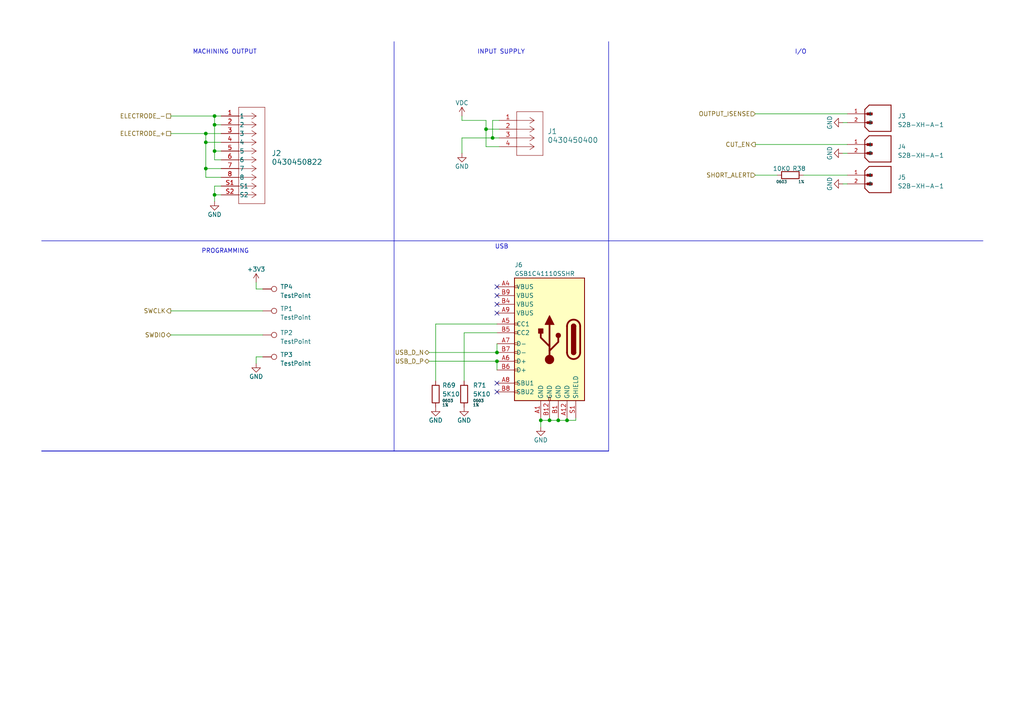
<source format=kicad_sch>
(kicad_sch (version 20230121) (generator eeschema)
  (paper "A4")
  (title_block (company "Rack Robotics, Inc.") (comment 1 "Engineering by DragonFly Power Systems") (comment 2 "Design by Rack Robotics, Inc."))
  (lib_symbols
    (symbol "0603_RES:10K0"
      (property "Reference" "R" (at 1.27 2.54 0))
      (property "Value" "10K0" (at 1.27 0.635 0))
      (property "Package Size" "0603" (at 1.27 -1.27 0))
      (property "Tolerance" "1%" (at 1.27 -2.54 0))
      (symbol "10K0_0_1"
        (rectangle (start -1.016 2.54) (end 1.016 -2.54) (stroke (width 0.254)))
      )
      (symbol "10K0_1_1"
        (pin passive line (at 0 3.81 270) (length 1.27) (name "~") (number "1"))
        (pin passive line (at 0 -3.81 90) (length 1.27) (name "~") (number "2"))
      )
    )
    (symbol "0603_RES:5K10"
      (property "Reference" "R" (at 1.27 2.54 0))
      (property "Value" "5K10" (at 1.27 0.635 0))
      (property "Package Size" "0603" (at 1.27 -1.27 0))
      (property "Tolerance" "1%" (at 1.27 -2.54 0))
      (symbol "5K10_0_1"
        (rectangle (start -1.016 2.54) (end 1.016 -2.54) (stroke (width 0.254)))
      )
      (symbol "5K10_1_1"
        (pin passive line (at 0 3.81 270) (length 1.27) (name "~") (number "1"))
        (pin passive line (at 0 -3.81 90) (length 1.27) (name "~") (number "2"))
      )
    )
    (symbol "CONNECTORS:0430450400" (pin_names (offset 0.254) hide)
      (property "Reference" "J" (at 8.89 6.35 0))
      (property "Value" "0430450400" (at 0 0 0))
      (symbol "0430450400_1_1"
        (polyline (pts (xy 5.08 -10.16) (xy 12.7 -10.16)) (stroke (width 0.127)))
        (polyline (pts (xy 5.08 2.54) (xy 5.08 -10.16)) (stroke (width 0.127)))
        (polyline (pts (xy 10.16 -7.62) (xy 5.08 -7.62)) (stroke (width 0.127)))
        (polyline (pts (xy 10.16 -7.62) (xy 8.89 -8.4667)) (stroke (width 0.127)))
        (polyline (pts (xy 10.16 -7.62) (xy 8.89 -6.7733)) (stroke (width 0.127)))
        (polyline (pts (xy 10.16 -5.08) (xy 5.08 -5.08)) (stroke (width 0.127)))
        (polyline (pts (xy 10.16 -5.08) (xy 8.89 -5.9267)) (stroke (width 0.127)))
        (polyline (pts (xy 10.16 -5.08) (xy 8.89 -4.2333)) (stroke (width 0.127)))
        (polyline (pts (xy 10.16 -2.54) (xy 5.08 -2.54)) (stroke (width 0.127)))
        (polyline (pts (xy 10.16 -2.54) (xy 8.89 -3.3867)) (stroke (width 0.127)))
        (polyline (pts (xy 10.16 -2.54) (xy 8.89 -1.6933)) (stroke (width 0.127)))
        (polyline (pts (xy 10.16 0) (xy 5.08 0)) (stroke (width 0.127)))
        (polyline (pts (xy 10.16 0) (xy 8.89 -0.8467)) (stroke (width 0.127)))
        (polyline (pts (xy 10.16 0) (xy 8.89 0.8467)) (stroke (width 0.127)))
        (polyline (pts (xy 12.7 -10.16) (xy 12.7 2.54)) (stroke (width 0.127)))
        (polyline (pts (xy 12.7 2.54) (xy 5.08 2.54)) (stroke (width 0.127)))
        (pin unspecified line (at 0 0 0) (length 5.08) (name "1") (number "1"))
        (pin unspecified line (at 0 -2.54 0) (length 5.08) (name "2") (number "2"))
        (pin unspecified line (at 0 -5.08 0) (length 5.08) (name "3") (number "3"))
        (pin unspecified line (at 0 -7.62 0) (length 5.08) (name "4") (number "4"))
      )
      (symbol "0430450400_1_2"
        (polyline (pts (xy 5.08 -15.24) (xy 12.7 -15.24)) (stroke (width 0.127)))
        (polyline (pts (xy 5.08 2.54) (xy 5.08 -15.24)) (stroke (width 0.127)))
        (polyline (pts (xy 7.62 -12.7) (xy 5.08 -12.7)) (stroke (width 0.127)))
        (polyline (pts (xy 7.62 -12.7) (xy 8.89 -13.5467)) (stroke (width 0.127)))
        (polyline (pts (xy 7.62 -12.7) (xy 8.89 -11.8533)) (stroke (width 0.127)))
        (polyline (pts (xy 7.62 -10.16) (xy 5.08 -10.16)) (stroke (width 0.127)))
        (polyline (pts (xy 7.62 -10.16) (xy 8.89 -11.0067)) (stroke (width 0.127)))
        (polyline (pts (xy 7.62 -10.16) (xy 8.89 -9.3133)) (stroke (width 0.127)))
        (polyline (pts (xy 7.62 -7.62) (xy 5.08 -7.62)) (stroke (width 0.127)))
        (polyline (pts (xy 7.62 -7.62) (xy 8.89 -8.4667)) (stroke (width 0.127)))
        (polyline (pts (xy 7.62 -7.62) (xy 8.89 -6.7733)) (stroke (width 0.127)))
        (polyline (pts (xy 7.62 -5.08) (xy 5.08 -5.08)) (stroke (width 0.127)))
        (polyline (pts (xy 7.62 -5.08) (xy 8.89 -5.9267)) (stroke (width 0.127)))
        (polyline (pts (xy 7.62 -5.08) (xy 8.89 -4.2333)) (stroke (width 0.127)))
        (polyline (pts (xy 7.62 -2.54) (xy 5.08 -2.54)) (stroke (width 0.127)))
        (polyline (pts (xy 7.62 -2.54) (xy 8.89 -3.3867)) (stroke (width 0.127)))
        (polyline (pts (xy 7.62 -2.54) (xy 8.89 -1.6933)) (stroke (width 0.127)))
        (polyline (pts (xy 7.62 0) (xy 5.08 0)) (stroke (width 0.127)))
        (polyline (pts (xy 7.62 0) (xy 8.89 -0.8467)) (stroke (width 0.127)))
        (polyline (pts (xy 7.62 0) (xy 8.89 0.8467)) (stroke (width 0.127)))
        (polyline (pts (xy 12.7 -15.24) (xy 12.7 2.54)) (stroke (width 0.127)))
        (polyline (pts (xy 12.7 2.54) (xy 5.08 2.54)) (stroke (width 0.127)))
        (pin unspecified line (at 0 0 0) (length 5.08) (name "1") (number "1"))
        (pin unspecified line (at 0 -2.54 0) (length 5.08) (name "2") (number "2"))
        (pin unspecified line (at 0 -5.08 0) (length 5.08) (name "3") (number "3"))
        (pin unspecified line (at 0 -7.62 0) (length 5.08) (name "4") (number "4"))
        (pin unspecified line (at 0 -10.16 0) (length 5.08) (name "P1") (number "P1"))
        (pin unspecified line (at 0 -12.7 0) (length 5.08) (name "P2") (number "P2"))
      )
    )
    (symbol "CONNECTORS:0430450822" (pin_names (offset 0.254))
      (property "Reference" "J" (at 6.35 6.35 0))
      (property "Value" "0430450822" (at 11.43 3.81 0))
      (symbol "0430450822_1_1"
        (polyline (pts (xy 5.08 -25.4) (xy 12.7 -25.4)) (stroke (width 0.127)))
        (polyline (pts (xy 5.08 2.54) (xy 5.08 -25.4)) (stroke (width 0.127)))
        (polyline (pts (xy 10.16 -22.86) (xy 5.08 -22.86)) (stroke (width 0.127)))
        (polyline (pts (xy 10.16 -22.86) (xy 8.89 -23.7067)) (stroke (width 0.127)))
        (polyline (pts (xy 10.16 -22.86) (xy 8.89 -22.0133)) (stroke (width 0.127)))
        (polyline (pts (xy 10.16 -20.32) (xy 5.08 -20.32)) (stroke (width 0.127)))
        (polyline (pts (xy 10.16 -20.32) (xy 8.89 -21.1667)) (stroke (width 0.127)))
        (polyline (pts (xy 10.16 -20.32) (xy 8.89 -19.4733)) (stroke (width 0.127)))
        (polyline (pts (xy 10.16 -17.78) (xy 5.08 -17.78)) (stroke (width 0.127)))
        (polyline (pts (xy 10.16 -17.78) (xy 8.89 -18.6267)) (stroke (width 0.127)))
        (polyline (pts (xy 10.16 -17.78) (xy 8.89 -16.9333)) (stroke (width 0.127)))
        (polyline (pts (xy 10.16 -15.24) (xy 5.08 -15.24)) (stroke (width 0.127)))
        (polyline (pts (xy 10.16 -15.24) (xy 8.89 -16.0867)) (stroke (width 0.127)))
        (polyline (pts (xy 10.16 -15.24) (xy 8.89 -14.3933)) (stroke (width 0.127)))
        (polyline (pts (xy 10.16 -12.7) (xy 5.08 -12.7)) (stroke (width 0.127)))
        (polyline (pts (xy 10.16 -12.7) (xy 8.89 -13.5467)) (stroke (width 0.127)))
        (polyline (pts (xy 10.16 -12.7) (xy 8.89 -11.8533)) (stroke (width 0.127)))
        (polyline (pts (xy 10.16 -10.16) (xy 5.08 -10.16)) (stroke (width 0.127)))
        (polyline (pts (xy 10.16 -10.16) (xy 8.89 -11.0067)) (stroke (width 0.127)))
        (polyline (pts (xy 10.16 -10.16) (xy 8.89 -9.3133)) (stroke (width 0.127)))
        (polyline (pts (xy 10.16 -7.62) (xy 5.08 -7.62)) (stroke (width 0.127)))
        (polyline (pts (xy 10.16 -7.62) (xy 8.89 -8.4667)) (stroke (width 0.127)))
        (polyline (pts (xy 10.16 -7.62) (xy 8.89 -6.7733)) (stroke (width 0.127)))
        (polyline (pts (xy 10.16 -5.08) (xy 5.08 -5.08)) (stroke (width 0.127)))
        (polyline (pts (xy 10.16 -5.08) (xy 8.89 -5.9267)) (stroke (width 0.127)))
        (polyline (pts (xy 10.16 -5.08) (xy 8.89 -4.2333)) (stroke (width 0.127)))
        (polyline (pts (xy 10.16 -2.54) (xy 5.08 -2.54)) (stroke (width 0.127)))
        (polyline (pts (xy 10.16 -2.54) (xy 8.89 -3.3867)) (stroke (width 0.127)))
        (polyline (pts (xy 10.16 -2.54) (xy 8.89 -1.6933)) (stroke (width 0.127)))
        (polyline (pts (xy 10.16 0) (xy 5.08 0)) (stroke (width 0.127)))
        (polyline (pts (xy 10.16 0) (xy 8.89 -0.8467)) (stroke (width 0.127)))
        (polyline (pts (xy 10.16 0) (xy 8.89 0.8467)) (stroke (width 0.127)))
        (polyline (pts (xy 12.7 -25.4) (xy 12.7 2.54)) (stroke (width 0.127)))
        (polyline (pts (xy 12.7 2.54) (xy 5.08 2.54)) (stroke (width 0.127)))
        (pin unspecified line (at 0 0 0) (length 5.08) (name "1") (number "1"))
        (pin unspecified line (at 0 -2.54 0) (length 5.08) (name "2") (number "2"))
        (pin unspecified line (at 0 -5.08 0) (length 5.08) (name "3") (number "3"))
        (pin unspecified line (at 0 -7.62 0) (length 5.08) (name "4") (number "4"))
        (pin unspecified line (at 0 -10.16 0) (length 5.08) (name "5") (number "5"))
        (pin unspecified line (at 0 -12.7 0) (length 5.08) (name "6") (number "6"))
        (pin unspecified line (at 0 -15.24 0) (length 5.08) (name "7") (number "7"))
        (pin unspecified line (at 0 -17.78 0) (length 5.08) (name "8") (number "8"))
        (pin unspecified line (at 0 -20.32 0) (length 5.08) (name "S1") (number "S1"))
        (pin unspecified line (at 0 -22.86 0) (length 5.08) (name "S2") (number "S2"))
      )
      (symbol "0430450822_1_2"
        (polyline (pts (xy 5.08 -25.4) (xy 12.7 -25.4)) (stroke (width 0.127)))
        (polyline (pts (xy 5.08 2.54) (xy 5.08 -25.4)) (stroke (width 0.127)))
        (polyline (pts (xy 7.62 -22.86) (xy 5.08 -22.86)) (stroke (width 0.127)))
        (polyline (pts (xy 7.62 -22.86) (xy 8.89 -23.7067)) (stroke (width 0.127)))
        (polyline (pts (xy 7.62 -22.86) (xy 8.89 -22.0133)) (stroke (width 0.127)))
        (polyline (pts (xy 7.62 -20.32) (xy 5.08 -20.32)) (stroke (width 0.127)))
        (polyline (pts (xy 7.62 -20.32) (xy 8.89 -21.1667)) (stroke (width 0.127)))
        (polyline (pts (xy 7.62 -20.32) (xy 8.89 -19.4733)) (stroke (width 0.127)))
        (polyline (pts (xy 7.62 -17.78) (xy 5.08 -17.78)) (stroke (width 0.127)))
        (polyline (pts (xy 7.62 -17.78) (xy 8.89 -18.6267)) (stroke (width 0.127)))
        (polyline (pts (xy 7.62 -17.78) (xy 8.89 -16.9333)) (stroke (width 0.127)))
        (polyline (pts (xy 7.62 -15.24) (xy 5.08 -15.24)) (stroke (width 0.127)))
        (polyline (pts (xy 7.62 -15.24) (xy 8.89 -16.0867)) (stroke (width 0.127)))
        (polyline (pts (xy 7.62 -15.24) (xy 8.89 -14.3933)) (stroke (width 0.127)))
        (polyline (pts (xy 7.62 -12.7) (xy 5.08 -12.7)) (stroke (width 0.127)))
        (polyline (pts (xy 7.62 -12.7) (xy 8.89 -13.5467)) (stroke (width 0.127)))
        (polyline (pts (xy 7.62 -12.7) (xy 8.89 -11.8533)) (stroke (width 0.127)))
        (polyline (pts (xy 7.62 -10.16) (xy 5.08 -10.16)) (stroke (width 0.127)))
        (polyline (pts (xy 7.62 -10.16) (xy 8.89 -11.0067)) (stroke (width 0.127)))
        (polyline (pts (xy 7.62 -10.16) (xy 8.89 -9.3133)) (stroke (width 0.127)))
        (polyline (pts (xy 7.62 -7.62) (xy 5.08 -7.62)) (stroke (width 0.127)))
        (polyline (pts (xy 7.62 -7.62) (xy 8.89 -8.4667)) (stroke (width 0.127)))
        (polyline (pts (xy 7.62 -7.62) (xy 8.89 -6.7733)) (stroke (width 0.127)))
        (polyline (pts (xy 7.62 -5.08) (xy 5.08 -5.08)) (stroke (width 0.127)))
        (polyline (pts (xy 7.62 -5.08) (xy 8.89 -5.9267)) (stroke (width 0.127)))
        (polyline (pts (xy 7.62 -5.08) (xy 8.89 -4.2333)) (stroke (width 0.127)))
        (polyline (pts (xy 7.62 -2.54) (xy 5.08 -2.54)) (stroke (width 0.127)))
        (polyline (pts (xy 7.62 -2.54) (xy 8.89 -3.3867)) (stroke (width 0.127)))
        (polyline (pts (xy 7.62 -2.54) (xy 8.89 -1.6933)) (stroke (width 0.127)))
        (polyline (pts (xy 7.62 0) (xy 5.08 0)) (stroke (width 0.127)))
        (polyline (pts (xy 7.62 0) (xy 8.89 -0.8467)) (stroke (width 0.127)))
        (polyline (pts (xy 7.62 0) (xy 8.89 0.8467)) (stroke (width 0.127)))
        (polyline (pts (xy 12.7 -25.4) (xy 12.7 2.54)) (stroke (width 0.127)))
        (polyline (pts (xy 12.7 2.54) (xy 5.08 2.54)) (stroke (width 0.127)))
        (pin unspecified line (at 0 0 0) (length 5.08) (name "1") (number "1"))
        (pin unspecified line (at 0 -2.54 0) (length 5.08) (name "2") (number "2"))
        (pin unspecified line (at 0 -5.08 0) (length 5.08) (name "3") (number "3"))
        (pin unspecified line (at 0 -7.62 0) (length 5.08) (name "4") (number "4"))
        (pin unspecified line (at 0 -10.16 0) (length 5.08) (name "5") (number "5"))
        (pin unspecified line (at 0 -12.7 0) (length 5.08) (name "6") (number "6"))
        (pin unspecified line (at 0 -15.24 0) (length 5.08) (name "7") (number "7"))
        (pin unspecified line (at 0 -17.78 0) (length 5.08) (name "8") (number "8"))
        (pin unspecified line (at 0 -20.32 0) (length 5.08) (name "S1") (number "S1"))
        (pin unspecified line (at 0 -22.86 0) (length 5.08) (name "S2") (number "S2"))
      )
    )
    (symbol "CONNECTORS:GSB1C41110SSHR"
      (property "Reference" "J" (at 1.27 3.175 0))
      (property "Value" "GSB1C41110SSHR" (at 8.89 1.27 0))
      (symbol "GSB1C41110SSHR_0_0"
        (rectangle (start 9.906 -34.544) (end 10.414 -35.56))
        (rectangle (start 20.32 -32.766) (end 19.304 -33.274))
        (rectangle (start 20.32 -30.226) (end 19.304 -30.734))
        (rectangle (start 20.32 -26.416) (end 19.304 -26.924))
        (rectangle (start 20.32 -23.876) (end 19.304 -24.384))
        (rectangle (start 20.32 -21.336) (end 19.304 -21.844))
        (rectangle (start 20.32 -18.796) (end 19.304 -19.304))
        (rectangle (start 20.32 -15.621) (end 19.304 -16.129))
        (rectangle (start 20.32 -13.081) (end 19.304 -13.589))
        (rectangle (start 20.32 -2.286) (end 19.304 -2.794))
      )
      (symbol "GSB1C41110SSHR_0_1"
        (polyline (pts (xy 1.27 -21.59) (xy 1.27 -13.97)) (stroke (width 0.508)))
        (polyline (pts (xy 5.08 -13.97) (xy 5.08 -21.59)) (stroke (width 0.508)))
        (polyline (pts (xy 10.16 -23.622) (xy 10.16 -13.462)) (stroke (width 0.508)))
        (polyline (pts (xy 10.16 -21.082) (xy 7.62 -18.542) (xy 7.62 -17.272)) (stroke (width 0.508)))
        (polyline (pts (xy 10.16 -19.812) (xy 12.7 -17.272) (xy 12.7 -16.002)) (stroke (width 0.508)))
        (polyline (pts (xy 8.89 -13.462) (xy 10.16 -10.922) (xy 11.43 -13.462) (xy 8.89 -13.462)) (stroke (width 0.254)) (fill (type outline)))
        (rectangle (start 0 0) (end 20.32 -35.56) (stroke (width 0.254)) (fill (type background)))
        (arc (start 1.27 -21.59) (mid 3.175 -23.4867) (end 5.08 -21.59) (stroke (width 0.508)))
        (arc (start 2.54 -21.59) (mid 3.175 -22.2223) (end 3.81 -21.59) (stroke (width 0.254)))
        (arc (start 2.54 -21.59) (mid 3.175 -22.2223) (end 3.81 -21.59) (stroke (width 0.254)) (fill (type outline)))
        (rectangle (start 2.54 -21.59) (end 3.81 -13.97) (stroke (width 0.254)) (fill (type outline)))
        (arc (start 3.81 -13.97) (mid 3.175 -13.3377) (end 2.54 -13.97) (stroke (width 0.254)))
        (arc (start 3.81 -13.97) (mid 3.175 -13.3377) (end 2.54 -13.97) (stroke (width 0.254)) (fill (type outline)))
        (arc (start 5.08 -13.97) (mid 3.175 -12.0733) (end 1.27 -13.97) (stroke (width 0.508)))
        (circle (center 7.62 -16.637) (radius 0.635) (stroke (width 0.254)) (fill (type outline)))
        (circle (center 10.16 -23.622) (radius 1.27) (fill (type outline)))
        (rectangle (start 12.065 -16.002) (end 13.335 -14.732) (stroke (width 0.254)) (fill (type outline)))
      )
      (symbol "GSB1C41110SSHR_1_1"
        (pin passive line (at 12.7 -40.64 90) (length 5.08) (name "GND") (number "A1"))
        (pin passive line (at 5.08 -40.64 90) (length 5.08) (name "GND") (number "A12"))
        (pin passive line (at 25.4 -2.54 180) (length 5.08) (name "VBUS") (number "A4"))
        (pin bidirectional line (at 25.4 -13.335 180) (length 5.08) (name "CC1") (number "A5"))
        (pin bidirectional line (at 25.4 -24.13 180) (length 5.08) (name "D+") (number "A6"))
        (pin bidirectional line (at 25.4 -19.05 180) (length 5.08) (name "D-") (number "A7"))
        (pin bidirectional line (at 25.4 -30.48 180) (length 5.08) (name "SBU1") (number "A8"))
        (pin passive line (at 25.4 -10.16 180) (length 5.08) (name "VBUS") (number "A9"))
        (pin passive line (at 7.62 -40.64 90) (length 5.08) (name "GND") (number "B1"))
        (pin passive line (at 10.16 -40.64 90) (length 5.08) (name "GND") (number "B12"))
        (pin passive line (at 25.4 -7.62 180) (length 5.08) (name "VBUS") (number "B4"))
        (pin bidirectional line (at 25.4 -15.875 180) (length 5.08) (name "CC2") (number "B5"))
        (pin bidirectional line (at 25.4 -26.67 180) (length 5.08) (name "D+") (number "B6"))
        (pin bidirectional line (at 25.4 -21.59 180) (length 5.08) (name "D-") (number "B7"))
        (pin bidirectional line (at 25.4 -33.02 180) (length 5.08) (name "SBU2") (number "B8"))
        (pin passive line (at 25.4 -5.08 180) (length 5.08) (name "VBUS") (number "B9"))
        (pin passive line (at 2.54 -40.64 90) (length 5.08) (name "SHIELD") (number "S1"))
      )
    )
    (symbol "CONNECTORS:S2B-XH-A-1" (pin_names (offset 1.016))
      (property "Reference" "J" (at 0 6.35 0))
      (property "Value" "S2B-XH-A-1" (at 0 -5.08 0))
      (symbol "S2B-XH-A-1_0_0"
        (polyline (pts (xy 0 -1.27) (xy 1.27 -2.54)) (stroke (width 0.254)))
        (polyline (pts (xy 0 0) (xy 1.905 0)) (stroke (width 0.254)))
        (polyline (pts (xy 0 2.54) (xy 0 -1.27)) (stroke (width 0.254)))
        (polyline (pts (xy 0 2.54) (xy 1.905 2.54)) (stroke (width 0.254)))
        (polyline (pts (xy 0 3.81) (xy 0 2.54)) (stroke (width 0.254)))
        (polyline (pts (xy 0 3.81) (xy 1.27 5.08)) (stroke (width 0.254)))
        (polyline (pts (xy 1.27 -2.54) (xy 7.62 -2.54)) (stroke (width 0.254)))
        (polyline (pts (xy 7.62 -2.54) (xy 7.62 5.08)) (stroke (width 0.254)))
        (polyline (pts (xy 7.62 5.08) (xy 1.27 5.08)) (stroke (width 0.254)))
        (rectangle (start 0.6096 -0.3048) (end 2.2098 0.3048) (fill (type outline)))
        (rectangle (start 0.6096 2.2098) (end 2.2098 2.8448) (fill (type outline)))
        (pin passive line (at -5.08 2.54 0) (length 5.08) (name "1") (number "1"))
        (pin passive line (at -5.08 0 0) (length 5.08) (name "2") (number "2"))
      )
    )
    (symbol "Connector:TestPoint" (pin_numbers hide) (pin_names (offset 0.762) hide)
      (property "Reference" "TP" (at 0 6.858 0))
      (property "Value" "TestPoint" (at 0 5.08 0))
      (symbol "TestPoint_0_1"
        (circle (center 0 3.302) (radius 0.762))
      )
      (symbol "TestPoint_1_1"
        (pin passive line (at 0 0 90) (length 2.54) (name "1") (number "1"))
      )
    )
    (symbol "power:+3V3" (power) (pin_names (offset 0))
      (property "Value" "+3V3" (at 0 3.556 0))
      (symbol "+3V3_0_1"
        (polyline (pts (xy -0.762 1.27) (xy 0 2.54)))
        (polyline (pts (xy 0 0) (xy 0 2.54)))
        (polyline (pts (xy 0 2.54) (xy 0.762 1.27)))
      )
      (symbol "+3V3_1_1"
        (pin power_in line (at 0 0 90) (length 0) hide (name "+3V3") (number "1"))
      )
    )
    (symbol "power:GND" (power) (pin_names (offset 0))
      (property "Value" "GND" (at 0 -3.81 0))
      (symbol "GND_0_1"
        (polyline (pts (xy 0 0) (xy 0 -1.27) (xy 1.27 -1.27) (xy 0 -2.54) (xy -1.27 -1.27) (xy 0 -1.27)))
      )
      (symbol "GND_1_1"
        (pin power_in line (at 0 0 270) (length 0) hide (name "GND") (number "1"))
      )
    )
    (symbol "power:VDC" (power) (pin_names (offset 0))
      (property "Value" "VDC" (at 0 6.35 0))
      (symbol "VDC_0_1"
        (polyline (pts (xy -0.762 1.27) (xy 0 2.54)))
        (polyline (pts (xy 0 0) (xy 0 2.54)))
        (polyline (pts (xy 0 2.54) (xy 0.762 1.27)))
      )
      (symbol "VDC_1_1"
        (pin power_in line (at 0 0 90) (length 0) hide (name "VDC") (number "1"))
      )
    )
  )
  (junction (at 156.845 121.92))
  (junction (at 161.925 121.92))
  (junction (at 62.23 56.515))
  (junction (at 164.465 121.92))
  (junction (at 59.69 48.895))
  (junction (at 62.23 36.195))
  (junction (at 140.97 37.465))
  (junction (at 144.145 104.775))
  (junction (at 59.69 38.735))
  (junction (at 144.145 102.235))
  (junction (at 159.385 121.92))
  (junction (at 142.875 40.005))
  (junction (at 59.69 41.275))
  (junction (at 62.23 33.655))
  (junction (at 62.23 43.815))
  (no_connect (at 144.145 113.665))
  (no_connect (at 144.145 88.265))
  (no_connect (at 144.145 90.805))
  (no_connect (at 144.145 85.725))
  (no_connect (at 144.145 83.185))
  (no_connect (at 144.145 111.125))
  (wire (pts (xy 124.46 104.775) (xy 144.145 104.775)))
  (wire (pts (xy 62.23 36.195) (xy 62.23 43.815)))
  (wire (pts (xy 59.69 51.435) (xy 59.69 48.895)))
  (wire (pts (xy 167.005 121.285) (xy 167.005 121.92)))
  (polyline (pts (xy 12.065 69.85) (xy 285.115 69.85)))
  (wire (pts (xy 49.53 97.155) (xy 76.2 97.155)))
  (polyline (pts (xy 176.53 130.81) (xy 114.3 130.81)))
  (wire (pts (xy 64.135 43.815) (xy 62.23 43.815)))
  (wire (pts (xy 49.53 33.655) (xy 62.23 33.655)))
  (wire (pts (xy 244.475 35.56) (xy 245.745 35.56)))
  (wire (pts (xy 62.23 53.975) (xy 62.23 56.515)))
  (wire (pts (xy 140.97 37.465) (xy 140.97 34.925)))
  (polyline (pts (xy 114.3 69.85) (xy 114.3 130.81)))
  (wire (pts (xy 161.925 121.285) (xy 161.925 121.92)))
  (wire (pts (xy 144.145 99.695) (xy 144.145 102.235)))
  (wire (pts (xy 233.045 50.8) (xy 245.745 50.8)))
  (wire (pts (xy 124.46 102.235) (xy 144.145 102.235)))
  (wire (pts (xy 245.745 33.02) (xy 219.075 33.02)))
  (wire (pts (xy 142.875 34.925) (xy 142.875 40.005)))
  (wire (pts (xy 244.475 53.34) (xy 245.745 53.34)))
  (wire (pts (xy 59.69 41.275) (xy 64.135 41.275)))
  (wire (pts (xy 219.075 41.91) (xy 245.745 41.91)))
  (wire (pts (xy 144.78 40.005) (xy 142.875 40.005)))
  (wire (pts (xy 133.985 40.005) (xy 133.985 44.45)))
  (wire (pts (xy 156.845 121.285) (xy 156.845 121.92)))
  (wire (pts (xy 62.23 56.515) (xy 62.23 58.42)))
  (wire (pts (xy 74.295 81.915) (xy 74.295 83.82)))
  (wire (pts (xy 164.465 121.285) (xy 164.465 121.92)))
  (wire (pts (xy 74.295 103.505) (xy 74.295 105.41)))
  (wire (pts (xy 156.845 121.92) (xy 156.845 123.825)))
  (wire (pts (xy 62.23 33.655) (xy 62.23 36.195)))
  (wire (pts (xy 62.23 46.355) (xy 62.23 43.815)))
  (polyline (pts (xy 114.3 12.065) (xy 114.3 69.85)))
  (wire (pts (xy 161.925 121.92) (xy 159.385 121.92)))
  (wire (pts (xy 133.985 34.925) (xy 140.97 34.925)))
  (wire (pts (xy 62.23 53.975) (xy 64.135 53.975)))
  (wire (pts (xy 167.005 121.92) (xy 164.465 121.92)))
  (wire (pts (xy 64.135 46.355) (xy 62.23 46.355)))
  (wire (pts (xy 144.145 104.775) (xy 144.145 107.315)))
  (wire (pts (xy 144.78 34.925) (xy 142.875 34.925)))
  (wire (pts (xy 49.53 38.735) (xy 59.69 38.735)))
  (wire (pts (xy 219.075 50.8) (xy 225.425 50.8)))
  (wire (pts (xy 59.69 38.735) (xy 64.135 38.735)))
  (wire (pts (xy 62.23 33.655) (xy 64.135 33.655)))
  (wire (pts (xy 62.23 56.515) (xy 64.135 56.515)))
  (wire (pts (xy 159.385 121.285) (xy 159.385 121.92)))
  (wire (pts (xy 59.69 41.275) (xy 59.69 38.735)))
  (wire (pts (xy 159.385 121.92) (xy 156.845 121.92)))
  (polyline (pts (xy 176.53 12.065) (xy 176.53 69.85)))
  (wire (pts (xy 64.135 51.435) (xy 59.69 51.435)))
  (wire (pts (xy 126.365 93.98) (xy 126.365 110.49)))
  (wire (pts (xy 59.69 48.895) (xy 59.69 41.275)))
  (wire (pts (xy 144.78 42.545) (xy 140.97 42.545)))
  (wire (pts (xy 74.295 103.505) (xy 76.2 103.505)))
  (wire (pts (xy 49.53 90.17) (xy 76.2 90.17)))
  (polyline (pts (xy 12.065 130.81) (xy 114.3 130.81)))
  (polyline (pts (xy 12.065 130.81) (xy 176.53 130.81)))
  (wire (pts (xy 134.62 110.49) (xy 134.62 96.52)))
  (polyline (pts (xy 176.53 69.85) (xy 176.53 130.81)))
  (wire (pts (xy 164.465 121.92) (xy 161.925 121.92)))
  (wire (pts (xy 144.145 93.98) (xy 126.365 93.98)))
  (wire (pts (xy 64.135 48.895) (xy 59.69 48.895)))
  (wire (pts (xy 74.295 83.82) (xy 76.2 83.82)))
  (wire (pts (xy 133.985 33.655) (xy 133.985 34.925)))
  (wire (pts (xy 62.23 36.195) (xy 64.135 36.195)))
  (wire (pts (xy 142.875 40.005) (xy 133.985 40.005)))
  (wire (pts (xy 140.97 37.465) (xy 144.78 37.465)))
  (wire (pts (xy 244.475 44.45) (xy 245.745 44.45)))
  (wire (pts (xy 140.97 42.545) (xy 140.97 37.465)))
  (wire (pts (xy 134.62 96.52) (xy 144.145 96.52)))
  (text "I/O" (at 230.505 15.875 0) (effects (font (size 1.27 1.27)) (justify left bottom)))
  (text "MACHINING OUTPUT" (at 55.88 15.875 0) (effects (font (size 1.27 1.27)) (justify left bottom)))
  (text "USB" (at 143.51 72.39 0) (effects (font (size 1.27 1.27)) (justify left bottom)))
  (text "INPUT SUPPLY" (at 138.43 15.875 0) (effects (font (size 1.27 1.27)) (justify left bottom)))
  (text "PROGRAMMING" (at 58.42 73.66 0) (effects (font (size 1.27 1.27)) (justify left bottom)))
  (hierarchical_label "CUT_EN" (shape output) (at 219.075 41.91 180))
  (hierarchical_label "OUTPUT_ISENSE" (shape input) (at 219.075 33.02 180))
  (hierarchical_label "SHORT_ALERT" (shape input) (at 219.075 50.8 180))
  (hierarchical_label "ELECTRODE_+" (shape passive) (at 49.53 38.735 180))
  (hierarchical_label "ELECTRODE_-" (shape passive) (at 49.53 33.655 180))
  (hierarchical_label "USB_D_N" (shape bidirectional) (at 124.46 102.235 180))
  (hierarchical_label "SWDIO" (shape bidirectional) (at 49.53 97.155 180))
  (hierarchical_label "SWCLK" (shape output) (at 49.53 90.17 180))
  (hierarchical_label "USB_D_P" (shape bidirectional) (at 124.46 104.775 180))
  (symbol (lib_id "CONNECTORS:S2B-XH-A-1") (at 250.825 44.45 0) (unit 1)
    (property "Reference" "J4" (at 260.35 42.545 0) (effects (justify left)))
    (property "Value" "S2B-XH-A-1" (at 260.35 45.085 0) (effects (justify left)))
    (property "Footprint" "CONNECTORS:S2B-XH-A-1" (effects hide))
    (property "Datasheet" "https://www.jst-mfg.com/product/pdf/eng/eXH.pdf" (effects hide))
    (property "Manufacturer" "JST" (effects hide))
    (property "Part Number" "S2B-XH-A-1" (effects hide))
  )
  (symbol (lib_id "CONNECTORS:S2B-XH-A-1") (at 250.825 35.56 0) (unit 1)
    (property "Reference" "J3" (at 260.35 33.655 0) (effects (justify left)))
    (property "Value" "S2B-XH-A-1" (at 260.35 36.195 0) (effects (justify left)))
    (property "Footprint" "CONNECTORS:S2B-XH-A-1" (effects hide))
    (property "Datasheet" "https://www.jst-mfg.com/product/pdf/eng/eXH.pdf" (effects hide))
    (property "Manufacturer" "JST" (effects hide))
    (property "Part Number" "S2B-XH-A-1" (effects hide))
  )
  (symbol (lib_id "0603_RES:5K10") (at 126.365 114.3 0) (unit 1)
    (property "Reference" "R69" (at 128.27 111.76 0) (effects (justify left)))
    (property "Value" "5K10" (at 128.27 114.3 0) (effects (justify left)))
    (property "Footprint" "Resistor_SMD:R_0603_1608Metric" (effects hide))
    (property "Datasheet" "https://www.seielect.com/Catalog/SEI-RMCF_RMCP.pdf" (effects hide))
    (property "Package Size" "0603" (at 128.27 116.205 0) (effects (font (size 0.8 0.8)) (justify left)))
    (property "Tolerance" "1%" (at 128.27 117.475 0) (effects (font (size 0.8 0.8)) (justify left)))
    (property "Part Number" "RMCF0603FT5K10" (effects hide))
    (property "Manufacturer" "Stackpole" (effects hide))
  )
  (symbol (lib_id "power:GND") (at 156.845 123.825 0) (unit 1)
    (property "Reference" "#PWR093" (effects hide))
    (property "Value" "GND" (at 156.845 127.635 0))
    (instances (project "POWERCORE-V2.0_MOTHERBOARD" (path "" (reference "#PWR093") (unit 1)) (path "" (reference "#PWR0116") (unit 1)) (path "" (reference "#PWR0120") (unit 1)) (path "" (reference "#PWR036") (unit 1))))
  )
  (symbol (lib_id "CONNECTORS:GSB1C41110SSHR") (at 169.545 80.645 0) (mirror y) (unit 1)
    (property "Reference" "J6" (at 149.225 76.835 0) (effects (justify right)))
    (property "Value" "GSB1C41110SSHR" (at 149.225 79.375 0) (effects (justify right)))
    (property "Footprint" "CONNECTORS:GSB1C41110SSHR" (effects hide))
    (property "Datasheet" "https://cdn.amphenol-cs.com/media/wysiwyg/files/drawing/gsb1c41x10sshr-ax1.pdf" (effects hide))
    (property "Manufacturer" "Amphenol ICC" (effects hide))
    (property "Part Number" "GSB1C41110SSHR" (effects hide))
  )
  (symbol (lib_id "CONNECTORS:0430450400") (at 144.78 34.925 0) (unit 1)
    (property "Reference" "J1" (at 158.75 38.1 0) (effects (font (size 1.524 1.524)) (justify left)))
    (property "Value" "0430450400" (at 158.75 40.64 0) (effects (font (size 1.524 1.524)) (justify left)))
    (property "Footprint" "CONNECTORS:0430450400" (effects hide))
    (property "Datasheet" "https://tools.molex.com/pdm_docs/sd/430450400_sd.pdf" (effects hide))
    (property "Manufacturer" "Molex" (effects hide))
    (property "Part Number" "0430450400" (effects hide))
  )
  (symbol (lib_id "power:GND") (at 244.475 44.45 270) (unit 1)
    (property "Reference" "#PWR093" (effects hide))
    (property "Value" "GND" (at 240.665 44.45 0))
    (instances (project "POWERCORE-V2.0_MOTHERBOARD" (path "" (reference "#PWR093") (unit 1)) (path "" (reference "#PWR0116") (unit 1)) (path "" (reference "#PWR0120") (unit 1)) (path "" (reference "#PWR0122") (unit 1))))
  )
  (symbol (lib_id "Connector:TestPoint") (at 76.2 103.505 270) (unit 1)
    (property "Reference" "TP3" (at 81.28 102.87 90) (effects (justify left)))
    (property "Value" "TestPoint" (at 81.28 105.41 90) (effects (justify left)))
    (property "Footprint" "TestPoint:TestPoint_Pad_D1.5mm" (effects hide))
  )
  (symbol (lib_id "0603_RES:5K10") (at 134.62 114.3 0) (unit 1)
    (property "Reference" "R71" (at 137.16 111.76 0) (effects (justify left)))
    (property "Value" "5K10" (at 137.16 114.3 0) (effects (justify left)))
    (property "Footprint" "Resistor_SMD:R_0603_1608Metric" (effects hide))
    (property "Datasheet" "https://www.seielect.com/Catalog/SEI-RMCF_RMCP.pdf" (effects hide))
    (property "Package Size" "0603" (at 137.16 116.205 0) (effects (font (size 0.8 0.8)) (justify left)))
    (property "Tolerance" "1%" (at 137.16 117.475 0) (effects (font (size 0.8 0.8)) (justify left)))
    (property "Part Number" "RMCF0603FT5K10" (effects hide))
    (property "Manufacturer" "Stackpole" (effects hide))
  )
  (symbol (lib_id "power:GND") (at 62.23 58.42 0) (unit 1)
    (property "Reference" "#PWR093" (effects hide))
    (property "Value" "GND" (at 62.23 62.23 0))
    (instances (project "POWERCORE-V2.0_MOTHERBOARD" (path "" (reference "#PWR093") (unit 1)) (path "" (reference "#PWR0116") (unit 1)) (path "" (reference "#PWR0120") (unit 1)) (path "" (reference "#PWR064") (unit 1))))
  )
  (symbol (lib_id "power:GND") (at 126.365 118.11 0) (unit 1)
    (property "Reference" "#PWR093" (effects hide))
    (property "Value" "GND" (at 126.365 121.92 0))
    (instances (project "POWERCORE-V2.0_MOTHERBOARD" (path "" (reference "#PWR093") (unit 1)) (path "" (reference "#PWR0116") (unit 1)) (path "" (reference "#PWR0120") (unit 1)) (path "" (reference "#PWR0134") (unit 1))))
  )
  (symbol (lib_id "CONNECTORS:0430450822") (at 64.135 33.655 0) (unit 1)
    (property "Reference" "J2" (at 78.74 44.45 0) (effects (font (size 1.524 1.524)) (justify left)))
    (property "Value" "0430450822" (at 78.74 46.99 0) (effects (font (size 1.524 1.524)) (justify left)))
    (property "Footprint" "CONNECTORS:0430450822" (effects hide))
    (property "Datasheet" "https://www.molex.com/pdm_docs/sd/430450221_sd.pdf" (effects hide))
    (property "Manufacturer" "Molex" (effects hide))
    (property "Part Number" "0430450822" (effects hide))
  )
  (symbol (lib_id "power:GND") (at 244.475 53.34 270) (unit 1)
    (property "Reference" "#PWR093" (effects hide))
    (property "Value" "GND" (at 240.665 53.34 0))
    (instances (project "POWERCORE-V2.0_MOTHERBOARD" (path "" (reference "#PWR093") (unit 1)) (path "" (reference "#PWR0116") (unit 1)) (path "" (reference "#PWR0120") (unit 1)) (path "" (reference "#PWR0123") (unit 1))))
  )
  (symbol (lib_id "CONNECTORS:S2B-XH-A-1") (at 250.825 53.34 0) (unit 1)
    (property "Reference" "J5" (at 260.35 51.435 0) (effects (justify left)))
    (property "Value" "S2B-XH-A-1" (at 260.35 53.975 0) (effects (justify left)))
    (property "Footprint" "CONNECTORS:S2B-XH-A-1" (effects hide))
    (property "Datasheet" "https://www.jst-mfg.com/product/pdf/eng/eXH.pdf" (effects hide))
    (property "Manufacturer" "JST" (effects hide))
    (property "Part Number" "S2B-XH-A-1" (effects hide))
  )
  (symbol (lib_id "0603_RES:10K0") (at 229.235 50.8 270) (mirror x) (unit 1)
    (property "Reference" "R38" (at 231.775 48.895 90))
    (property "Value" "10K0" (at 226.695 48.895 90))
    (property "Footprint" "Resistor_SMD:R_0603_1608Metric" (effects hide))
    (property "Datasheet" "https://www.seielect.com/Catalog/SEI-RMCF_RMCP.pdf" (effects hide))
    (property "Package Size" "0603" (at 226.695 52.705 90) (effects (font (size 0.8 0.8))))
    (property "Tolerance" "1%" (at 232.41 52.705 90) (effects (font (size 0.8 0.8))))
    (property "Part Number" "RMCF0603FT10K0" (effects hide))
    (property "Manufacturer" "Stackpole" (effects hide))
    (instances (project "POWERCORE-V2.0_MOTHERBOARD" (path "" (reference "R38") (unit 1)) (path "" (reference "R82") (unit 1)) (path "" (reference "R3") (unit 1))))
  )
  (symbol (lib_id "power:+3V3") (at 74.295 81.915 0) (unit 1)
    (property "Reference" "#PWR049" (effects hide))
    (property "Value" "+3V3" (at 74.295 78.105 0))
    (instances (project "POWERCORE-V2.0_MOTHERBOARD" (path "" (reference "#PWR049") (unit 1)) (path "" (reference "#PWR0147") (unit 1))))
  )
  (symbol (lib_id "Connector:TestPoint") (at 76.2 90.17 270) (unit 1)
    (property "Reference" "TP1" (at 81.28 89.535 90) (effects (justify left)))
    (property "Value" "TestPoint" (at 81.28 92.075 90) (effects (justify left)))
    (property "Footprint" "TestPoint:TestPoint_Pad_D1.5mm" (effects hide))
  )
  (symbol (lib_id "power:VDC") (at 133.985 33.655 0) (unit 1)
    (property "Reference" "#PWR085" (effects hide))
    (property "Value" "VDC" (at 133.985 29.845 0))
    (instances (project "POWERCORE-V2.0_MOTHERBOARD" (path "" (reference "#PWR085") (unit 1)) (path "" (reference "#PWR0127") (unit 1))))
  )
  (symbol (lib_id "power:GND") (at 74.295 105.41 0) (unit 1)
    (property "Reference" "#PWR093" (effects hide))
    (property "Value" "GND" (at 74.295 109.22 0))
    (instances (project "POWERCORE-V2.0_MOTHERBOARD" (path "" (reference "#PWR093") (unit 1)) (path "" (reference "#PWR0116") (unit 1)) (path "" (reference "#PWR0120") (unit 1)) (path "" (reference "#PWR017") (unit 1))))
  )
  (symbol (lib_id "Connector:TestPoint") (at 76.2 83.82 270) (unit 1)
    (property "Reference" "TP4" (at 81.28 83.185 90) (effects (justify left)))
    (property "Value" "TestPoint" (at 81.28 85.725 90) (effects (justify left)))
    (property "Footprint" "TestPoint:TestPoint_Pad_D1.5mm" (effects hide))
  )
  (symbol (lib_id "Connector:TestPoint") (at 76.2 97.155 270) (unit 1)
    (property "Reference" "TP2" (at 81.28 96.52 90) (effects (justify left)))
    (property "Value" "TestPoint" (at 81.28 99.06 90) (effects (justify left)))
    (property "Footprint" "TestPoint:TestPoint_Pad_D1.5mm" (effects hide))
  )
  (symbol (lib_id "power:GND") (at 244.475 35.56 270) (unit 1)
    (property "Reference" "#PWR093" (effects hide))
    (property "Value" "GND" (at 240.665 35.56 0))
    (instances (project "POWERCORE-V2.0_MOTHERBOARD" (path "" (reference "#PWR093") (unit 1)) (path "" (reference "#PWR0116") (unit 1)) (path "" (reference "#PWR0120") (unit 1)) (path "" (reference "#PWR0121") (unit 1))))
  )
  (symbol (lib_id "power:GND") (at 134.62 118.11 0) (unit 1)
    (property "Reference" "#PWR093" (effects hide))
    (property "Value" "GND" (at 134.62 121.92 0))
    (instances (project "POWERCORE-V2.0_MOTHERBOARD" (path "" (reference "#PWR093") (unit 1)) (path "" (reference "#PWR0116") (unit 1)) (path "" (reference "#PWR0120") (unit 1)) (path "" (reference "#PWR0133") (unit 1))))
  )
  (symbol (lib_id "power:GND") (at 133.985 44.45 0) (unit 1)
    (property "Reference" "#PWR093" (effects hide))
    (property "Value" "GND" (at 133.985 48.26 0))
    (instances (project "POWERCORE-V2.0_MOTHERBOARD" (path "" (reference "#PWR093") (unit 1)) (path "" (reference "#PWR0116") (unit 1)) (path "" (reference "#PWR0120") (unit 1)) (path "" (reference "#PWR0126") (unit 1))))
  )
)
</source>
